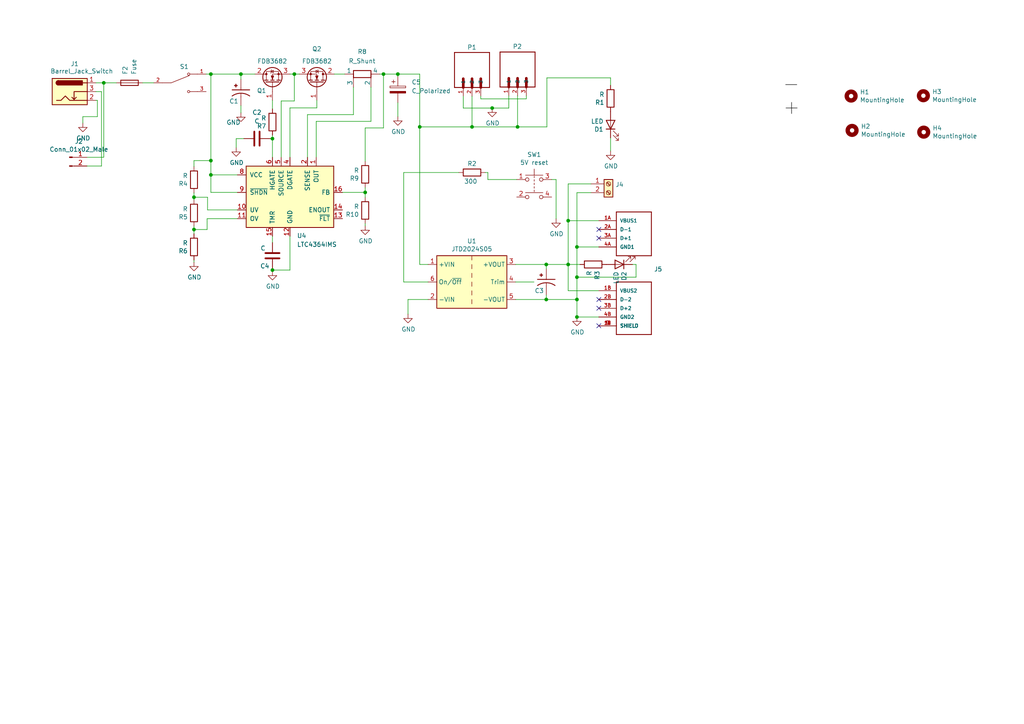
<source format=kicad_sch>
(kicad_sch (version 20211123) (generator eeschema)
  (paper "A4")
  (lib_symbols
    (symbol "100SP1T1B4M2QE:100SP1T1B4M2QE" (pin_names (offset 1.016) hide)
      (property "Reference" "S" (at -2.54 5.08 0))
      (property "Value" "100SP1T1B4M2QE" (at -2.54 -5.08 0))
      (symbol "100SP1T1B4M2QE_0_0"
        (polyline (pts (xy -2.54 0) (xy -5.08 0)) (stroke (width 0.1524)))
        (polyline (pts (xy -2.54 0) (xy 2.794 2.1336)) (stroke (width 0.1524)))
        (polyline (pts (xy 5.08 -2.54) (xy 2.921 -2.54)) (stroke (width 0.1524)))
        (polyline (pts (xy 5.08 2.54) (xy 2.921 2.54)) (stroke (width 0.1524)))
        (circle (center 2.54 -2.54) (radius 0.3302) (stroke (width 0.1524)))
        (circle (center 2.54 2.54) (radius 0.3302) (stroke (width 0.1524)))
        (pin passive line (at 7.62 2.54 180) (length 2.54) (name "~") (number "1"))
        (pin passive line (at -7.62 0 0) (length 2.54) (name "~") (number "2"))
        (pin passive line (at 7.62 -2.54 180) (length 2.54) (name "~") (number "3"))
      )
    )
    (symbol "Connector:Barrel_Jack_Switch" (pin_names hide)
      (property "Reference" "J" (at 0 5.334 0))
      (property "Value" "Barrel_Jack_Switch" (at 0 -5.08 0))
      (symbol "Barrel_Jack_Switch_0_1"
        (rectangle (start -5.08 3.81) (end 5.08 -3.81) (stroke (width 0.254)) (fill (type background)))
        (arc (start -3.302 3.175) (mid -3.937 2.54) (end -3.302 1.905) (stroke (width 0.254)))
        (arc (start -3.302 3.175) (mid -3.937 2.54) (end -3.302 1.905) (stroke (width 0.254)) (fill (type outline)))
        (polyline (pts (xy 1.27 -2.286) (xy 1.905 -1.651)) (stroke (width 0.254)))
        (polyline (pts (xy 5.08 2.54) (xy 3.81 2.54)) (stroke (width 0.254)))
        (polyline (pts (xy 5.08 0) (xy 1.27 0) (xy 1.27 -2.286) (xy 0.635 -1.651)) (stroke (width 0.254)))
        (polyline (pts (xy -3.81 -2.54) (xy -2.54 -2.54) (xy -1.27 -1.27) (xy 0 -2.54) (xy 2.54 -2.54) (xy 5.08 -2.54)) (stroke (width 0.254)))
        (rectangle (start 3.683 3.175) (end -3.302 1.905) (stroke (width 0.254)) (fill (type outline)))
      )
      (symbol "Barrel_Jack_Switch_1_1"
        (pin passive line (at 7.62 2.54 180) (length 2.54) (name "~") (number "1"))
        (pin passive line (at 7.62 -2.54 180) (length 2.54) (name "~") (number "2"))
        (pin passive line (at 7.62 0 180) (length 2.54) (name "~") (number "3"))
      )
    )
    (symbol "Connector:Conn_01x02_Male" (pin_names (offset 1.016) hide)
      (property "Reference" "J" (at 0 2.54 0))
      (property "Value" "Conn_01x02_Male" (at 0 -5.08 0))
      (symbol "Conn_01x02_Male_1_1"
        (polyline (pts (xy 1.27 -2.54) (xy 0.8636 -2.54)) (stroke (width 0.1524)))
        (polyline (pts (xy 1.27 0) (xy 0.8636 0)) (stroke (width 0.1524)))
        (rectangle (start 0.8636 -2.413) (end 0 -2.667) (stroke (width 0.1524)) (fill (type outline)))
        (rectangle (start 0.8636 0.127) (end 0 -0.127) (stroke (width 0.1524)) (fill (type outline)))
        (pin passive line (at 5.08 0 180) (length 3.81) (name "Pin_1") (number "1"))
        (pin passive line (at 5.08 -2.54 180) (length 3.81) (name "Pin_2") (number "2"))
      )
    )
    (symbol "Connector:Screw_Terminal_01x02" (pin_names (offset 1.016) hide)
      (property "Reference" "J" (at 0 2.54 0))
      (property "Value" "Screw_Terminal_01x02" (at 0 -5.08 0))
      (symbol "Screw_Terminal_01x02_1_1"
        (rectangle (start -1.27 1.27) (end 1.27 -3.81) (stroke (width 0.254)) (fill (type background)))
        (circle (center 0 -2.54) (radius 0.635) (stroke (width 0.1524)))
        (polyline (pts (xy -0.5334 -2.2098) (xy 0.3302 -3.048)) (stroke (width 0.1524)))
        (polyline (pts (xy -0.5334 0.3302) (xy 0.3302 -0.508)) (stroke (width 0.1524)))
        (polyline (pts (xy -0.3556 -2.032) (xy 0.508 -2.8702)) (stroke (width 0.1524)))
        (polyline (pts (xy -0.3556 0.508) (xy 0.508 -0.3302)) (stroke (width 0.1524)))
        (circle (center 0 0) (radius 0.635) (stroke (width 0.1524)))
        (pin passive line (at -5.08 0 0) (length 3.81) (name "Pin_1") (number "1"))
        (pin passive line (at -5.08 -2.54 0) (length 3.81) (name "Pin_2") (number "2"))
      )
    )
    (symbol "Converter_DCDC:JTD2024S05"
      (property "Reference" "U" (at -8.89 8.89 0))
      (property "Value" "JTD2024S05" (at 8.89 8.89 0))
      (symbol "JTD2024S05_0_1"
        (rectangle (start -10.16 7.62) (end 10.16 -7.62) (stroke (width 0.254)) (fill (type background)))
        (polyline (pts (xy 0 -5.08) (xy 0 -6.35)))
        (polyline (pts (xy 0 -2.54) (xy 0 -3.81)))
        (polyline (pts (xy 0 0) (xy 0 -1.27)))
        (polyline (pts (xy 0 2.54) (xy 0 1.27)))
        (polyline (pts (xy 0 5.08) (xy 0 3.81)))
        (polyline (pts (xy 0 7.62) (xy 0 6.35)))
      )
      (symbol "JTD2024S05_1_1"
        (pin power_in line (at -12.7 5.08 0) (length 2.54) (name "+VIN") (number "1"))
        (pin power_in line (at -12.7 -5.08 0) (length 2.54) (name "-VIN") (number "2"))
        (pin power_out line (at 12.7 5.08 180) (length 2.54) (name "+VOUT") (number "3"))
        (pin input line (at 12.7 0 180) (length 2.54) (name "Trim") (number "4"))
        (pin power_out line (at 12.7 -5.08 180) (length 2.54) (name "-VOUT") (number "5"))
        (pin input line (at -12.7 0 0) (length 2.54) (name "On/~{Off}") (number "6"))
      )
    )
    (symbol "Device:C" (pin_numbers hide) (pin_names (offset 0.254))
      (property "Reference" "C" (at 0.635 2.54 0))
      (property "Value" "C" (at 0.635 -2.54 0))
      (symbol "C_0_1"
        (polyline (pts (xy -2.032 -0.762) (xy 2.032 -0.762)) (stroke (width 0.508)))
        (polyline (pts (xy -2.032 0.762) (xy 2.032 0.762)) (stroke (width 0.508)))
      )
      (symbol "C_1_1"
        (pin passive line (at 0 3.81 270) (length 2.794) (name "~") (number "1"))
        (pin passive line (at 0 -3.81 90) (length 2.794) (name "~") (number "2"))
      )
    )
    (symbol "Device:C_Polarized" (pin_numbers hide) (pin_names (offset 0.254))
      (property "Reference" "C" (at 0.635 2.54 0))
      (property "Value" "C_Polarized" (at 0.635 -2.54 0))
      (symbol "C_Polarized_0_1"
        (rectangle (start -2.286 0.508) (end 2.286 1.016))
        (polyline (pts (xy -1.778 2.286) (xy -0.762 2.286)))
        (polyline (pts (xy -1.27 2.794) (xy -1.27 1.778)))
        (rectangle (start 2.286 -0.508) (end -2.286 -1.016) (fill (type outline)))
      )
      (symbol "C_Polarized_1_1"
        (pin passive line (at 0 3.81 270) (length 2.794) (name "~") (number "1"))
        (pin passive line (at 0 -3.81 90) (length 2.794) (name "~") (number "2"))
      )
    )
    (symbol "Device:Fuse" (pin_numbers hide) (pin_names (offset 0))
      (property "Reference" "F" (at 2.032 0 90))
      (property "Value" "Fuse" (at -1.905 0 90))
      (symbol "Fuse_0_1"
        (rectangle (start -0.762 -2.54) (end 0.762 2.54) (stroke (width 0.254)))
        (polyline (pts (xy 0 2.54) (xy 0 -2.54)))
      )
      (symbol "Fuse_1_1"
        (pin passive line (at 0 3.81 270) (length 1.27) (name "~") (number "1"))
        (pin passive line (at 0 -3.81 90) (length 1.27) (name "~") (number "2"))
      )
    )
    (symbol "Device:LED" (pin_numbers hide) (pin_names (offset 1.016) hide)
      (property "Reference" "D" (at 0 2.54 0))
      (property "Value" "LED" (at 0 -2.54 0))
      (symbol "LED_0_1"
        (polyline (pts (xy -1.27 -1.27) (xy -1.27 1.27)) (stroke (width 0.254)))
        (polyline (pts (xy -1.27 0) (xy 1.27 0)))
        (polyline (pts (xy 1.27 -1.27) (xy 1.27 1.27) (xy -1.27 0) (xy 1.27 -1.27)) (stroke (width 0.254)))
        (polyline (pts (xy -3.048 -0.762) (xy -4.572 -2.286) (xy -3.81 -2.286) (xy -4.572 -2.286) (xy -4.572 -1.524)))
        (polyline (pts (xy -1.778 -0.762) (xy -3.302 -2.286) (xy -2.54 -2.286) (xy -3.302 -2.286) (xy -3.302 -1.524)))
      )
      (symbol "LED_1_1"
        (pin passive line (at -3.81 0 0) (length 2.54) (name "K") (number "1"))
        (pin passive line (at 3.81 0 180) (length 2.54) (name "A") (number "2"))
      )
    )
    (symbol "Device:Q_NMOS_GDS" (pin_names (offset 0) hide)
      (property "Reference" "Q" (at 5.08 1.27 0))
      (property "Value" "Q_NMOS_GDS" (at 5.08 -1.27 0))
      (symbol "Q_NMOS_GDS_0_1"
        (polyline (pts (xy 0.254 0) (xy -2.54 0)))
        (polyline (pts (xy 0.254 1.905) (xy 0.254 -1.905)) (stroke (width 0.254)))
        (polyline (pts (xy 0.762 -1.27) (xy 0.762 -2.286)) (stroke (width 0.254)))
        (polyline (pts (xy 0.762 0.508) (xy 0.762 -0.508)) (stroke (width 0.254)))
        (polyline (pts (xy 0.762 2.286) (xy 0.762 1.27)) (stroke (width 0.254)))
        (polyline (pts (xy 2.54 2.54) (xy 2.54 1.778)))
        (polyline (pts (xy 2.54 -2.54) (xy 2.54 0) (xy 0.762 0)))
        (polyline (pts (xy 0.762 -1.778) (xy 3.302 -1.778) (xy 3.302 1.778) (xy 0.762 1.778)))
        (polyline (pts (xy 1.016 0) (xy 2.032 0.381) (xy 2.032 -0.381) (xy 1.016 0)) (fill (type outline)))
        (polyline (pts (xy 2.794 0.508) (xy 2.921 0.381) (xy 3.683 0.381) (xy 3.81 0.254)))
        (polyline (pts (xy 3.302 0.381) (xy 2.921 -0.254) (xy 3.683 -0.254) (xy 3.302 0.381)))
        (circle (center 1.651 0) (radius 2.794) (stroke (width 0.254)))
        (circle (center 2.54 -1.778) (radius 0.254) (fill (type outline)))
        (circle (center 2.54 1.778) (radius 0.254) (fill (type outline)))
      )
      (symbol "Q_NMOS_GDS_1_1"
        (pin input line (at -5.08 0 0) (length 2.54) (name "G") (number "1"))
        (pin passive line (at 2.54 5.08 270) (length 2.54) (name "D") (number "2"))
        (pin passive line (at 2.54 -5.08 90) (length 2.54) (name "S") (number "3"))
      )
    )
    (symbol "Device:R" (pin_numbers hide) (pin_names (offset 0))
      (property "Reference" "R" (at 2.032 0 90))
      (property "Value" "R" (at 0 0 90))
      (symbol "R_0_1"
        (rectangle (start -1.016 -2.54) (end 1.016 2.54) (stroke (width 0.254)))
      )
      (symbol "R_1_1"
        (pin passive line (at 0 3.81 270) (length 1.27) (name "~") (number "1"))
        (pin passive line (at 0 -3.81 90) (length 1.27) (name "~") (number "2"))
      )
    )
    (symbol "EEEFK1A222AQ:EEEFK1A222AQ" (pin_numbers hide) (pin_names (offset 1.016) hide)
      (property "Reference" "C" (at -2.54 3.81 0))
      (property "Value" "EEEFK1A222AQ" (at -2.54 -5.08 0))
      (symbol "EEEFK1A222AQ_0_0"
        (rectangle (start -1.1684 -1.524) (end -0.2794 -1.397) (fill (type outline)))
        (rectangle (start -0.7874 -1.905) (end -0.6604 -1.016) (fill (type outline)))
        (polyline (pts (xy 0 0) (xy 0.508 0)) (stroke (width 0.1524)))
        (polyline (pts (xy 0.508 0) (xy 0.508 -2.54)) (stroke (width 0.254)))
        (polyline (pts (xy 0.508 2.54) (xy 0.508 0)) (stroke (width 0.254)))
        (polyline (pts (xy 2.54 0) (xy 1.524 0)) (stroke (width 0.1524)))
        (arc (start 2.286 2.54) (mid 1.486 0) (end 2.286 -2.54) (stroke (width 0.254)))
        (pin passive line (at -2.54 0 0) (length 2.54) (name "~") (number "1"))
        (pin passive line (at 5.08 0 180) (length 2.54) (name "~") (number "2"))
      )
    )
    (symbol "Mechanical:MountingHole" (pin_names (offset 1.016))
      (property "Reference" "H" (at 0 5.08 0))
      (property "Value" "MountingHole" (at 0 3.175 0))
      (symbol "MountingHole_0_1"
        (circle (center 0 0) (radius 1.27) (stroke (width 1.27)))
      )
    )
    (symbol "Molex:39-30-1039" (pin_names (offset 1.016))
      (property "Reference" "P" (at -5.08 5.08 0))
      (property "Value" "Molex_39-30-1039" (at -5.1054 -7.6454 0))
      (symbol "39-30-1039_0_0"
        (polyline (pts (xy -5.08 -5.08) (xy 5.08 -5.08)) (stroke (width 0.254)))
        (polyline (pts (xy -5.08 -2.54) (xy -5.08 -5.08)) (stroke (width 0.254)))
        (polyline (pts (xy -5.08 -2.54) (xy -2.54 -2.54)) (stroke (width 0.762)))
        (polyline (pts (xy -5.08 0) (xy -5.08 -2.54)) (stroke (width 0.254)))
        (polyline (pts (xy -5.08 0) (xy -2.54 0)) (stroke (width 0.762)))
        (polyline (pts (xy -5.08 2.54) (xy -5.08 0)) (stroke (width 0.254)))
        (polyline (pts (xy -5.08 2.54) (xy -2.54 2.54)) (stroke (width 0.762)))
        (polyline (pts (xy -5.08 5.08) (xy -5.08 2.54)) (stroke (width 0.254)))
        (polyline (pts (xy 5.08 -5.08) (xy 5.08 5.08)) (stroke (width 0.254)))
        (polyline (pts (xy 5.08 5.08) (xy -5.08 5.08)) (stroke (width 0.254)))
        (pin passive line (at -7.62 2.54 0) (length 2.54) (name "1") (number "1"))
        (pin passive line (at -7.62 0 0) (length 2.54) (name "2") (number "2"))
        (pin passive line (at -7.62 -2.54 0) (length 2.54) (name "3") (number "3"))
      )
    )
    (symbol "Power_Management:LTC4364IMS" (pin_names (offset 1.016))
      (property "Reference" "U" (at -11.43 8.89 0))
      (property "Value" "LTC4364IMS" (at 10.16 -11.43 0))
      (symbol "LTC4364IMS_0_1"
        (rectangle (start -12.7 7.62) (end 12.7 -10.16) (stroke (width 0.254)) (fill (type background)))
      )
      (symbol "LTC4364IMS_1_1"
        (pin input line (at 7.62 10.16 270) (length 2.54) (name "OUT") (number "1"))
        (pin input line (at -15.24 -5.08 0) (length 2.54) (name "UV") (number "10"))
        (pin input line (at -15.24 -7.62 0) (length 2.54) (name "OV") (number "11"))
        (pin power_in line (at 0 -12.7 90) (length 2.54) (name "GND") (number "12"))
        (pin open_collector line (at 15.24 -7.62 180) (length 2.54) (name "~{FLT}") (number "13"))
        (pin open_collector line (at 15.24 -5.08 180) (length 2.54) (name "ENOUT") (number "14"))
        (pin input line (at -5.08 -12.7 90) (length 2.54) (name "TMR") (number "15"))
        (pin input line (at 15.24 0 180) (length 2.54) (name "FB") (number "16"))
        (pin input line (at 5.08 10.16 270) (length 2.54) (name "SENSE") (number "2"))
        (pin no_connect line (at 15.24 2.54 180) (length 2.54) hide (name "NC") (number "3"))
        (pin output line (at 0 10.16 270) (length 2.54) (name "DGATE") (number "4"))
        (pin input line (at -2.54 10.16 270) (length 2.54) (name "SOURCE") (number "5"))
        (pin output line (at -5.08 10.16 270) (length 2.54) (name "HGATE") (number "6"))
        (pin no_connect line (at 15.24 5.08 180) (length 2.54) hide (name "NC") (number "7"))
        (pin power_in line (at -15.24 5.08 0) (length 2.54) (name "VCC") (number "8"))
        (pin input line (at -15.24 0 0) (length 2.54) (name "~{SHDN}") (number "9"))
      )
    )
    (symbol "R_Shunt_1" (pin_numbers hide) (pin_names (offset 0))
      (property "Reference" "R" (at -4.445 0 90))
      (property "Value" "R_Shunt_1" (at -2.54 0 90))
      (symbol "R_Shunt_1_0_1"
        (rectangle (start -1.016 -2.54) (end 1.016 2.54) (stroke (width 0.254)))
        (polyline (pts (xy 0 -2.54) (xy 1.27 -2.54)))
        (polyline (pts (xy 1.27 2.54) (xy 0 2.54)))
      )
      (symbol "R_Shunt_1_1_1"
        (pin passive line (at 0 -5.08 90) (length 2.54) (name "1") (number "1"))
        (pin passive line (at 3.81 2.54 180) (length 2.54) (name "2") (number "2"))
        (pin passive line (at 3.81 -2.54 180) (length 2.54) (name "3") (number "3"))
        (pin passive line (at 0 5.08 270) (length 2.54) (name "4") (number "4"))
      )
    )
    (symbol "Switch:SW_Push_Dual" (pin_names (offset 1.016) hide)
      (property "Reference" "SW" (at 1.27 2.54 0))
      (property "Value" "SW_Push_Dual" (at 0 -6.858 0))
      (symbol "SW_Push_Dual_0_1"
        (circle (center -2.032 -5.08) (radius 0.508))
        (circle (center -2.032 0) (radius 0.508))
        (polyline (pts (xy 0 -3.048) (xy 0 -3.556)))
        (polyline (pts (xy 0 -2.032) (xy 0 -2.54)))
        (polyline (pts (xy 0 -1.524) (xy 0 -1.016)))
        (polyline (pts (xy 0 -0.508) (xy 0 0)))
        (polyline (pts (xy 0 0.508) (xy 0 1.016)))
        (polyline (pts (xy 0 1.27) (xy 0 3.048)))
        (polyline (pts (xy 2.54 -3.81) (xy -2.54 -3.81)))
        (polyline (pts (xy 2.54 1.27) (xy -2.54 1.27)))
        (circle (center 2.032 -5.08) (radius 0.508))
        (circle (center 2.032 0) (radius 0.508))
        (pin passive line (at -5.08 0 0) (length 2.54) (name "1") (number "1"))
        (pin passive line (at -5.08 -5.08 0) (length 2.54) (name "2") (number "2"))
        (pin passive line (at 5.08 0 180) (length 2.54) (name "3") (number "3"))
        (pin passive line (at 5.08 -5.08 180) (length 2.54) (name "4") (number "4"))
      )
    )
    (symbol "USB1035-XX-X-X-X-B_REVE:USB1035-XX-X-X-X-B_REVE" (pin_names (offset 1.016))
      (property "Reference" "J" (at -5.08 18.3134 0))
      (property "Value" "USB1035-XX-X-X-X-B_REVE" (at -5.08 -20.3454 0))
      (symbol "USB1035-XX-X-X-X-B_REVE_0_0"
        (polyline (pts (xy -5.08 -17.78) (xy -5.08 -2.54)) (stroke (width 0.254)))
        (polyline (pts (xy -5.08 -2.54) (xy 5.08 -2.54)) (stroke (width 0.254)))
        (polyline (pts (xy -5.08 5.08) (xy -5.08 17.78)) (stroke (width 0.254)))
        (polyline (pts (xy -5.08 17.78) (xy 5.08 17.78)) (stroke (width 0.254)))
        (polyline (pts (xy 5.08 -17.78) (xy -5.08 -17.78)) (stroke (width 0.254)))
        (polyline (pts (xy 5.08 -2.54) (xy 5.08 -17.78)) (stroke (width 0.254)))
        (polyline (pts (xy 5.08 5.08) (xy -5.08 5.08)) (stroke (width 0.254)))
        (polyline (pts (xy 5.08 17.78) (xy 5.08 5.08)) (stroke (width 0.254)))
        (pin power_in line (at -10.16 -15.24 0) (length 5.08) (name "SHIELD") (number "10"))
        (pin power_in line (at -10.16 -15.24 0) (length 5.08) (name "SHIELD") (number "11"))
        (pin power_in line (at -10.16 -15.24 0) (length 5.08) (name "SHIELD") (number "12"))
        (pin power_in line (at -10.16 15.24 0) (length 5.08) (name "VBUS1") (number "1A"))
        (pin power_in line (at -10.16 -5.08 0) (length 5.08) (name "VBUS2") (number "1B"))
        (pin bidirectional line (at -10.16 12.7 0) (length 5.08) (name "D-1") (number "2A"))
        (pin bidirectional line (at -10.16 -7.62 0) (length 5.08) (name "D-2") (number "2B"))
        (pin bidirectional line (at -10.16 10.16 0) (length 5.08) (name "D+1") (number "3A"))
        (pin bidirectional line (at -10.16 -10.16 0) (length 5.08) (name "D+2") (number "3B"))
        (pin power_in line (at -10.16 7.62 0) (length 5.08) (name "GND1") (number "4A"))
        (pin power_in line (at -10.16 -12.7 0) (length 5.08) (name "GND2") (number "4B"))
        (pin power_in line (at -10.16 -15.24 0) (length 5.08) (name "SHIELD") (number "9"))
      )
    )
    (symbol "power:GND" (power) (pin_names (offset 0))
      (property "Value" "GND" (at 0 -3.81 0))
      (symbol "GND_0_1"
        (polyline (pts (xy 0 0) (xy 0 -1.27) (xy 1.27 -1.27) (xy 0 -2.54) (xy -1.27 -1.27) (xy 0 -1.27)))
      )
      (symbol "GND_1_1"
        (pin power_in line (at 0 0 270) (length 0) hide (name "GND") (number "1"))
      )
    )
  )
  (junction (at 105.918 55.8038))
  (junction (at 30.099 24.0284))
  (junction (at 61.1632 21.4884))
  (junction (at 164.7952 64.008))
  (junction (at 142.748 31.3436))
  (junction (at 158.4452 86.868))
  (junction (at 111.2266 21.4884))
  (junction (at 79.0194 78.3336))
  (junction (at 85.3694 21.4884))
  (junction (at 121.7422 36.8046))
  (junction (at 69.8754 21.4884))
  (junction (at 115.3922 21.4884))
  (junction (at 158.4452 76.708))
  (junction (at 167.3352 86.868))
  (junction (at 61.1632 46.5836))
  (junction (at 167.3352 71.628))
  (junction (at 150.114 36.8046))
  (junction (at 164.7952 76.708))
  (junction (at 167.3352 80.391))
  (junction (at 61.1632 50.7238))
  (junction (at 56.261 57.2008))
  (junction (at 56.261 66.5734))
  (junction (at 167.3352 91.948))
  (junction (at 79.0194 40.2082))
  (junction (at 136.906 36.8046))
  (no_connect (at 173.6852 69.088))
  (no_connect (at 173.6852 94.488))
  (no_connect (at 173.6852 89.408))
  (no_connect (at 173.6852 66.548))
  (no_connect (at 173.6852 86.868))
  (wire (pts (xy 171.3992 53.34) (xy 164.7952 53.34)))
  (wire (pts (xy 91.7194 45.6438) (xy 91.7194 35.2044)))
  (wire (pts (xy 152.654 28.6766) (xy 152.654 27.7876)))
  (wire (pts (xy 89.1794 33.2486) (xy 89.1794 45.6438)))
  (wire (pts (xy 164.7952 76.708) (xy 164.7952 64.008)))
  (wire (pts (xy 69.8754 30.6324) (xy 69.8754 32.7152)))
  (wire (pts (xy 60.071 63.4238) (xy 60.071 66.5734)))
  (wire (pts (xy 121.7422 21.4884) (xy 121.7422 36.8046)))
  (wire (pts (xy 24.0284 33.8328) (xy 28.2448 33.8328)))
  (wire (pts (xy 167.3352 80.391) (xy 167.3352 86.868)))
  (wire (pts (xy 68.5038 40.2082) (xy 70.7136 40.2082)))
  (wire (pts (xy 124.1552 86.868) (xy 118.3386 86.868)))
  (wire (pts (xy 61.1632 21.4884) (xy 69.8754 21.4884)))
  (wire (pts (xy 79.0194 40.2082) (xy 79.0194 45.6438)))
  (wire (pts (xy 136.906 27.9146) (xy 136.906 36.8046)))
  (wire (pts (xy 117.094 81.788) (xy 124.1552 81.788)))
  (wire (pts (xy 136.906 36.8046) (xy 150.114 36.8046)))
  (wire (pts (xy 134.366 31.3436) (xy 142.748 31.3436)))
  (wire (pts (xy 78.3336 40.2082) (xy 79.0194 40.2082)))
  (wire (pts (xy 56.261 57.2008) (xy 56.261 57.9628)))
  (wire (pts (xy 158.623 22.5806) (xy 177.0888 22.5806)))
  (wire (pts (xy 139.446 27.9146) (xy 139.446 28.6766)))
  (wire (pts (xy 121.7422 21.4884) (xy 115.3922 21.4884)))
  (wire (pts (xy 111.2266 21.4884) (xy 115.3922 21.4884)))
  (wire (pts (xy 84.0994 21.4884) (xy 85.3694 21.4884)))
  (wire (pts (xy 167.3352 71.628) (xy 167.3352 80.391)))
  (wire (pts (xy 27.8384 26.5684) (xy 29.4386 26.5684)))
  (wire (pts (xy 91.7194 35.2044) (xy 107.5944 35.2044)))
  (wire (pts (xy 117.094 50.038) (xy 117.094 81.788)))
  (wire (pts (xy 139.446 28.6766) (xy 152.654 28.6766)))
  (wire (pts (xy 84.0994 45.6438) (xy 84.0994 31.2928)))
  (wire (pts (xy 167.3352 71.628) (xy 173.6852 71.628)))
  (wire (pts (xy 142.748 31.3436) (xy 147.574 31.3436)))
  (wire (pts (xy 28.2448 29.1084) (xy 28.2448 33.8328)))
  (wire (pts (xy 68.5038 40.2082) (xy 68.5038 42.799)))
  (wire (pts (xy 134.366 27.9146) (xy 134.366 31.3436)))
  (wire (pts (xy 56.261 65.5828) (xy 56.261 66.5734)))
  (wire (pts (xy 141.5034 52.07) (xy 149.86 52.07)))
  (wire (pts (xy 105.918 37.1094) (xy 111.2266 37.1094)))
  (wire (pts (xy 105.918 46.7614) (xy 105.918 37.1094)))
  (wire (pts (xy 164.7952 84.328) (xy 164.7952 76.708)))
  (wire (pts (xy 29.4386 26.5684) (xy 29.4386 48.1584)))
  (wire (pts (xy 79.0194 78.3336) (xy 84.0994 78.3336)))
  (wire (pts (xy 56.261 57.2008) (xy 60.198 57.2008)))
  (wire (pts (xy 61.1632 50.7238) (xy 61.1632 55.8038)))
  (wire (pts (xy 184.4802 76.708) (xy 184.4802 80.391)))
  (wire (pts (xy 149.5552 81.788) (xy 154.8892 81.788)))
  (wire (pts (xy 68.8594 60.8838) (xy 60.198 60.8838)))
  (wire (pts (xy 141.5034 50.038) (xy 141.5034 52.07)))
  (wire (pts (xy 164.7952 64.008) (xy 173.6852 64.008)))
  (wire (pts (xy 25.2222 45.6184) (xy 30.099 45.6184)))
  (wire (pts (xy 167.3352 91.948) (xy 173.6852 91.948)))
  (wire (pts (xy 79.0194 68.5038) (xy 79.0194 70.358)))
  (wire (pts (xy 105.918 55.8038) (xy 105.918 57.2262)))
  (wire (pts (xy 105.918 55.8038) (xy 99.3394 55.8038)))
  (wire (pts (xy 79.0194 29.1084) (xy 79.0194 31.5976)))
  (wire (pts (xy 56.261 48.3108) (xy 56.261 46.5836)))
  (wire (pts (xy 121.7422 36.8046) (xy 136.906 36.8046)))
  (wire (pts (xy 68.8594 63.4238) (xy 60.071 63.4238)))
  (wire (pts (xy 150.114 36.8046) (xy 158.623 36.8046)))
  (wire (pts (xy 111.2266 37.1094) (xy 111.2266 21.4884)))
  (wire (pts (xy 27.8384 29.1084) (xy 28.2448 29.1084)))
  (wire (pts (xy 160.02 52.07) (xy 161.29 52.07)))
  (wire (pts (xy 89.1794 33.2486) (xy 102.5144 33.2486)))
  (wire (pts (xy 79.0194 39.2176) (xy 79.0194 40.2082)))
  (wire (pts (xy 121.7422 36.8046) (xy 121.7422 76.708)))
  (wire (pts (xy 41.3766 24.0284) (xy 44.5516 24.0284)))
  (wire (pts (xy 149.5552 76.708) (xy 158.4452 76.708)))
  (wire (pts (xy 59.7916 21.4884) (xy 61.1632 21.4884)))
  (wire (pts (xy 24.0284 33.8328) (xy 24.0284 35.687)))
  (wire (pts (xy 164.7952 53.34) (xy 164.7952 64.008)))
  (wire (pts (xy 69.8754 21.4884) (xy 69.8754 23.0124)))
  (wire (pts (xy 61.1632 55.8038) (xy 68.8594 55.8038)))
  (wire (pts (xy 61.1632 46.5836) (xy 61.1632 50.7238)))
  (wire (pts (xy 149.5552 86.868) (xy 158.4452 86.868)))
  (wire (pts (xy 69.8754 21.4884) (xy 73.9394 21.4884)))
  (wire (pts (xy 115.3922 21.4884) (xy 115.3922 22.1742)))
  (wire (pts (xy 161.29 52.07) (xy 161.29 63.4492)))
  (wire (pts (xy 158.4452 85.598) (xy 158.4452 86.868)))
  (wire (pts (xy 60.198 60.8838) (xy 60.198 57.2008)))
  (wire (pts (xy 85.3694 29.2862) (xy 85.3694 21.4884)))
  (wire (pts (xy 84.0994 68.5038) (xy 84.0994 78.3336)))
  (wire (pts (xy 140.716 50.038) (xy 141.5034 50.038)))
  (wire (pts (xy 61.1632 21.4884) (xy 61.1632 46.5836)))
  (wire (pts (xy 167.3352 55.88) (xy 167.3352 71.628)))
  (wire (pts (xy 107.5944 25.2984) (xy 107.5944 35.2044)))
  (wire (pts (xy 56.261 66.5734) (xy 56.261 67.818)))
  (wire (pts (xy 105.918 64.8462) (xy 105.918 65.5066)))
  (wire (pts (xy 81.5594 29.2862) (xy 85.3694 29.2862)))
  (wire (pts (xy 167.3352 86.868) (xy 167.3352 91.948)))
  (wire (pts (xy 25.2222 48.1584) (xy 29.4386 48.1584)))
  (wire (pts (xy 79.0194 77.978) (xy 79.0194 78.3336)))
  (wire (pts (xy 56.261 75.438) (xy 56.261 76.0222)))
  (wire (pts (xy 183.4642 76.708) (xy 184.4802 76.708)))
  (wire (pts (xy 118.3386 86.868) (xy 118.3386 91.1098)))
  (wire (pts (xy 164.7952 76.708) (xy 168.2242 76.708)))
  (wire (pts (xy 96.9772 21.4884) (xy 99.9744 21.4884)))
  (wire (pts (xy 105.918 54.3814) (xy 105.918 55.8038)))
  (wire (pts (xy 147.574 27.7876) (xy 147.574 31.3436)))
  (wire (pts (xy 85.3694 21.4884) (xy 86.8172 21.4884)))
  (wire (pts (xy 30.099 24.0284) (xy 33.7566 24.0284)))
  (wire (pts (xy 184.4802 80.391) (xy 167.3352 80.391)))
  (wire (pts (xy 115.3922 29.7942) (xy 115.3922 33.8074)))
  (wire (pts (xy 171.3992 55.88) (xy 167.3352 55.88)))
  (wire (pts (xy 177.0888 22.5806) (xy 177.0888 24.7396)))
  (wire (pts (xy 91.8972 31.2928) (xy 84.0994 31.2928)))
  (wire (pts (xy 150.114 27.7876) (xy 150.114 36.8046)))
  (wire (pts (xy 158.623 22.5806) (xy 158.623 36.8046)))
  (wire (pts (xy 30.099 24.0284) (xy 30.099 45.6184)))
  (wire (pts (xy 158.4452 77.978) (xy 158.4452 76.708)))
  (wire (pts (xy 79.0194 78.3336) (xy 79.0194 78.6638)))
  (wire (pts (xy 81.5594 45.6438) (xy 81.5594 29.2862)))
  (wire (pts (xy 164.7952 84.328) (xy 173.6852 84.328)))
  (wire (pts (xy 56.261 46.5836) (xy 61.1632 46.5836)))
  (wire (pts (xy 27.8384 24.0284) (xy 30.099 24.0284)))
  (wire (pts (xy 61.1632 50.7238) (xy 68.8594 50.7238)))
  (wire (pts (xy 121.7422 76.708) (xy 124.1552 76.708)))
  (wire (pts (xy 60.071 66.5734) (xy 56.261 66.5734)))
  (wire (pts (xy 177.0888 39.9796) (xy 177.0888 43.7896)))
  (wire (pts (xy 158.4452 76.708) (xy 164.7952 76.708)))
  (wire (pts (xy 91.8972 29.1084) (xy 91.8972 31.2928)))
  (wire (pts (xy 110.1344 21.4884) (xy 111.2266 21.4884)))
  (wire (pts (xy 133.096 50.038) (xy 117.094 50.038)))
  (wire (pts (xy 158.4452 86.868) (xy 167.3352 86.868)))
  (wire (pts (xy 56.261 55.9308) (xy 56.261 57.2008)))
  (wire (pts (xy 102.5144 25.2984) (xy 102.5144 33.2486)))
  (label "+" (at 226.8474 34.6456 0) (effects (font (size 4.2672 4.2672))))
  (label "-" (at 226.7458 27.8638 0) (effects (font (size 4.2672 4.2672))))
  (symbol (lib_id "power:GND") (at 24.0284 35.687 0) (unit 1)
    (property "Reference" "#PWR02" (effects hide))
    (property "Value" "GND" (at 24.1554 40.0812 0))
  )
  (symbol (lib_id "power:GND") (at 161.29 63.4492 0) (unit 1)
    (property "Reference" "#PWR06" (effects hide))
    (property "Value" "GND" (at 161.417 67.8434 0))
  )
  (symbol (lib_id "Converter_DCDC:JTD2024S05") (at 136.8552 81.788 0) (unit 1)
    (property "Reference" "U1" (at 136.8552 69.9262 0))
    (property "Value" "JTD2024S05" (at 136.8552 72.2376 0))
    (property "Footprint" "Converter_DCDC:Converter_DCDC_XP_POWER_JTDxxxxxxx_THT" (effects hide))
    (property "Datasheet" "https://www.xppower.com/portals/0/pdfs/SF_JTD20.pdf" (effects hide))
  )
  (symbol (lib_id "Device:R") (at 136.906 50.038 90) (unit 1)
    (property "Reference" "R2" (at 138.2522 47.4726 90) (effects (justify left)))
    (property "Value" "300" (at 138.4554 52.6034 90) (effects (justify left)))
    (property "Footprint" "Resistor_SMD:R_0805_2012Metric_Pad1.15x1.40mm_HandSolder" (effects hide))
  )
  (symbol (lib_id "USB1035-XX-X-X-X-B_REVE:USB1035-XX-X-X-X-B_REVE") (at 183.8452 79.248 0) (unit 1)
    (property "Reference" "J5" (at 189.6872 78.0796 0) (effects (justify left)))
    (property "Value" "USB1035-XX-X-X-X-B_REVE" (effects hide))
    (property "Footprint" "Double_USB_A:GCT_USB1035-XX-X-X-X-B_REVE" (effects hide))
    (property "MANUFACTURER" "GCT" (effects hide))
  )
  (symbol (lib_id "100SP1T1B4M2QE:100SP1T1B4M2QE") (at 52.1716 24.0284 0) (unit 1)
    (property "Reference" "S1" (at 53.4416 19.3294 0))
    (property "Value" "100SP1T1B4M2QE" (effects hide))
    (property "Footprint" "Switch:SW_100SP1T1B4M2QE" (effects hide))
    (property "MAXIMUM_PACKAGE_HEIGHT" "29.68 mm" (effects hide))
    (property "PARTREV" "E" (effects hide))
    (property "MANUFACTURER" "E-Switch" (effects hide))
    (property "STANDARD" "Manufacturer Recommendations" (effects hide))
  )
  (symbol (lib_id "power:GND") (at 167.3352 91.948 0) (unit 1)
    (property "Reference" "#PWR07" (effects hide))
    (property "Value" "GND" (at 167.4622 96.3422 0))
  )
  (symbol (lib_id "Connector:Barrel_Jack_Switch") (at 20.2184 26.5684 0) (unit 1)
    (property "Reference" "J1" (at 21.6662 18.5166 0))
    (property "Value" "Barrel_Jack_Switch" (at 23.7236 20.6502 0))
    (property "Footprint" "Connector_BarrelJack:BarrelJack_Horizontal" (effects hide))
  )
  (symbol (lib_id "EEEFK1A222AQ:EEEFK1A222AQ") (at 158.4452 80.518 270) (unit 1)
    (property "Reference" "C3" (at 156.4132 84.328 90))
    (property "Value" "EEEFK1A222AQ" (effects hide))
    (property "Footprint" "Capacitor_THT:CP_Radial_D10.0mm_P5.00mm" (effects hide))
    (property "MAXIMUM_PACKAGE_HEIGHT" "13.5mm" (effects hide))
    (property "MANUFACTURER" "Panasonic" (effects hide))
    (property "PARTREV" "10-Oct-19" (effects hide))
    (property "STANDARD" "Manufacturer Recommendations" (effects hide))
  )
  (symbol (lib_id "Connector:Conn_01x02_Male") (at 20.1422 45.6184 0) (unit 1)
    (property "Reference" "J2" (at 22.8854 41.021 0))
    (property "Value" "Conn_01x02_Male" (at 22.8854 43.3324 0))
    (property "Footprint" "Connector_Molex:Molex_Mini-Fit_Jr_5566-02A2_2x01_P4.20mm_Vertical" (effects hide))
  )
  (symbol (lib_id "Mechanical:MountingHole") (at 267.9192 38.3286 0) (unit 1)
    (property "Reference" "H4" (at 270.4592 37.1602 0) (effects (justify left)))
    (property "Value" "MountingHole" (at 270.4592 39.4716 0) (effects (justify left)))
    (property "Footprint" "MountingHole:MountingHole_3.2mm_M3" (effects hide))
  )
  (symbol (lib_id "Mechanical:MountingHole") (at 247.142 37.8206 0) (unit 1)
    (property "Reference" "H2" (at 249.682 36.6522 0) (effects (justify left)))
    (property "Value" "MountingHole" (at 249.682 38.9636 0) (effects (justify left)))
    (property "Footprint" "MountingHole:MountingHole_3.2mm_M3" (effects hide))
  )
  (symbol (lib_id "Mechanical:MountingHole") (at 246.8626 27.8638 0) (unit 1)
    (property "Reference" "H1" (at 249.4026 26.6954 0) (effects (justify left)))
    (property "Value" "MountingHole" (at 249.4026 29.0068 0) (effects (justify left)))
    (property "Footprint" "MountingHole:MountingHole_3.2mm_M3" (effects hide))
  )
  (symbol (lib_id "Mechanical:MountingHole") (at 267.8176 27.7622 0) (unit 1)
    (property "Reference" "H3" (at 270.3576 26.5938 0) (effects (justify left)))
    (property "Value" "MountingHole" (at 270.3576 28.9052 0) (effects (justify left)))
    (property "Footprint" "MountingHole:MountingHole_3.2mm_M3" (effects hide))
  )
  (symbol (lib_id "Connector:Screw_Terminal_01x02") (at 176.4792 53.34 0) (unit 1)
    (property "Reference" "J4" (at 178.5112 53.5432 0) (effects (justify left)))
    (property "Value" "Screw_Terminal_01x02" (effects hide))
    (property "Footprint" "TerminalBlock_Philmore:TerminalBlock_Philmore_TB132_1x02_P5.00mm_Horizontal" (effects hide))
  )
  (symbol (lib_id "Device:LED") (at 179.6542 76.708 180) (unit 1)
    (property "Reference" "D2" (at 181.0004 78.74 90) (effects (justify left)))
    (property "Value" "LED" (at 178.689 78.74 90) (effects (justify left)))
    (property "Footprint" "LED_SMD:LED_0805_2012Metric_Pad1.15x1.40mm_HandSolder" (effects hide))
  )
  (symbol (lib_id "Device:R") (at 172.0342 76.708 270) (unit 1)
    (property "Reference" "R3" (at 173.2026 78.486 0) (effects (justify left)))
    (property "Value" "R" (at 170.8912 78.486 0) (effects (justify left)))
    (property "Footprint" "Resistor_SMD:R_0805_2012Metric_Pad1.15x1.40mm_HandSolder" (effects hide))
  )
  (symbol (lib_id "Molex:39-30-1039") (at 136.906 20.2946 90) (unit 1)
    (property "Reference" "P1" (at 138.2268 13.716 90) (effects (justify left)))
    (property "Value" "39-30-1039" (effects hide))
    (property "Footprint" "MOLEX_39-30-1039" (effects hide))
    (property "MANUFACTURER" "MOLEX" (effects hide))
  )
  (symbol (lib_id "Molex:39-30-1039") (at 150.114 20.1676 90) (unit 1)
    (property "Reference" "P2" (at 151.4094 13.4874 90) (effects (justify left)))
    (property "Value" "39-30-1039" (effects hide))
    (property "Footprint" "MOLEX_39-30-1039" (effects hide))
    (property "MANUFACTURER" "MOLEX" (effects hide))
  )
  (symbol (lib_id "power:GND") (at 142.748 31.3436 0) (unit 1)
    (property "Reference" "#PWR01" (effects hide))
    (property "Value" "GND" (at 142.875 35.7378 0))
  )
  (symbol (lib_id "EEEFK1A222AQ:EEEFK1A222AQ") (at 69.8754 25.5524 270) (unit 1)
    (property "Reference" "C1" (at 67.8434 29.3624 90))
    (property "Value" "EEEFK1A222AQ" (effects hide))
    (property "Footprint" "Capacitor_THT:CP_Radial_D10.0mm_P5.00mm" (effects hide))
    (property "MAXIMUM_PACKAGE_HEIGHT" "13.5mm" (effects hide))
    (property "MANUFACTURER" "Panasonic" (effects hide))
    (property "PARTREV" "10-Oct-19" (effects hide))
    (property "STANDARD" "Manufacturer Recommendations" (effects hide))
  )
  (symbol (lib_id "power:GND") (at 69.8754 32.7152 0) (unit 1)
    (property "Reference" "#PWR04" (effects hide))
    (property "Value" "GND" (at 67.7164 35.5092 0))
  )
  (symbol (lib_id "Device:LED") (at 177.0888 36.1696 90) (unit 1)
    (property "Reference" "D1" (at 175.0568 37.5158 90) (effects (justify left)))
    (property "Value" "LED" (at 175.0568 35.2044 90) (effects (justify left)))
    (property "Footprint" "LED_SMD:LED_0805_2012Metric_Pad1.15x1.40mm_HandSolder" (effects hide))
  )
  (symbol (lib_id "Device:R") (at 177.0888 28.5496 180) (unit 1)
    (property "Reference" "R1" (at 175.3108 29.718 0) (effects (justify left)))
    (property "Value" "R" (at 175.3108 27.4066 0) (effects (justify left)))
    (property "Footprint" "Resistor_SMD:R_0805_2012Metric_Pad1.20x1.40mm_HandSolder" (effects hide))
  )
  (symbol (lib_id "power:GND") (at 177.0888 43.7896 0) (unit 1)
    (property "Reference" "#PWR03" (effects hide))
    (property "Value" "GND" (at 177.2158 48.1838 0))
  )
  (symbol (lib_id "Switch:SW_Push_Dual") (at 154.94 52.07 0) (unit 1)
    (property "Reference" "SW1" (at 154.94 44.831 0))
    (property "Value" "5V reset" (at 154.94 47.1424 0))
    (property "Footprint" "Button_Switch_SMD:SW_SPST_Omron_B3FS-100xP" (effects hide))
  )
  (symbol (lib_id "Device:C") (at 79.0194 74.168 180) (unit 1)
    (property "Reference" "C4" (at 75.4634 77.1652 0) (effects (justify right)))
    (property "Value" "C" (at 75.5396 72.009 0) (effects (justify right)))
    (property "Footprint" "Capacitor_SMD:C_0805_2012Metric_Pad1.18x1.45mm_HandSolder" (effects hide))
  )
  (symbol (lib_name "R_Shunt_1") (lib_id "Device:R_Shunt") (at 105.0544 21.4884 270) (unit 1)
    (property "Reference" "R8" (at 105.0544 14.986 90))
    (property "Value" "R_Shunt" (at 105.029 17.7038 90))
    (property "Footprint" "Resistor_SMD:R_Shunt_Ohmite_LVK25" (effects hide))
  )
  (symbol (lib_id "power:GND") (at 79.0194 78.6638 0) (unit 1)
    (property "Reference" "#PWR0105" (effects hide))
    (property "Value" "GND" (at 79.1464 83.058 0))
  )
  (symbol (lib_id "power:GND") (at 115.3922 33.8074 0) (unit 1)
    (property "Reference" "#PWR0101" (effects hide))
    (property "Value" "GND" (at 115.5192 38.2016 0))
  )
  (symbol (lib_id "Device:C") (at 74.5236 40.2082 90) (unit 1)
    (property "Reference" "C2" (at 74.5236 32.6136 90))
    (property "Value" "C" (at 74.5236 35.1536 90))
    (property "Footprint" "Capacitor_SMD:C_0805_2012Metric_Pad1.18x1.45mm_HandSolder" (effects hide))
  )
  (symbol (lib_id "Device:R") (at 105.918 61.0362 180) (unit 1)
    (property "Reference" "R10" (at 104.14 62.2046 0) (effects (justify left)))
    (property "Value" "R" (at 104.14 59.8932 0) (effects (justify left)))
    (property "Footprint" "Resistor_SMD:R_0805_2012Metric_Pad1.20x1.40mm_HandSolder" (effects hide))
  )
  (symbol (lib_id "Device:Q_NMOS_GDS") (at 79.0194 24.0284 90) (unit 1)
    (property "Reference" "Q1" (at 77.2668 26.289 90) (effects (justify left)))
    (property "Value" "FDB3682" (at 83.312 17.7546 90) (effects (justify left)))
    (property "Footprint" "Package_TO_SOT_SMD:TO-263-2" (effects hide))
  )
  (symbol (lib_id "Device:R") (at 105.918 50.5714 180) (unit 1)
    (property "Reference" "R9" (at 104.14 51.7398 0) (effects (justify left)))
    (property "Value" "R" (at 104.14 49.4284 0) (effects (justify left)))
    (property "Footprint" "Resistor_SMD:R_0805_2012Metric_Pad1.20x1.40mm_HandSolder" (effects hide))
  )
  (symbol (lib_id "power:GND") (at 56.261 76.0222 0) (unit 1)
    (property "Reference" "#PWR0102" (effects hide))
    (property "Value" "GND" (at 56.388 80.4164 0))
  )
  (symbol (lib_id "Power_Management:LTC4364IMS") (at 84.0994 55.8038 0) (unit 1)
    (property "Reference" "U4" (at 86.1188 68.3768 0) (effects (justify left)))
    (property "Value" "LTC4364IMS" (at 86.1188 70.9168 0) (effects (justify left)))
    (property "Footprint" "Package_SO:MSOP-16_3x4.039mm_P0.5mm" (effects hide))
    (property "Datasheet" "https://www.analog.com/media/en/technical-documentation/data-sheets/436412f.pdf" (effects hide))
  )
  (symbol (lib_id "Device:R") (at 56.261 61.7728 180) (unit 1)
    (property "Reference" "R5" (at 54.483 62.9412 0) (effects (justify left)))
    (property "Value" "R" (at 54.483 60.6298 0) (effects (justify left)))
    (property "Footprint" "Resistor_SMD:R_0805_2012Metric_Pad1.20x1.40mm_HandSolder" (effects hide))
  )
  (symbol (lib_id "power:GND") (at 68.5038 42.799 0) (unit 1)
    (property "Reference" "#PWR0103" (effects hide))
    (property "Value" "GND" (at 68.6308 47.1932 0))
  )
  (symbol (lib_id "Device:R") (at 56.261 71.628 180) (unit 1)
    (property "Reference" "R6" (at 54.483 72.7964 0) (effects (justify left)))
    (property "Value" "R" (at 54.483 70.485 0) (effects (justify left)))
    (property "Footprint" "Resistor_SMD:R_0805_2012Metric_Pad1.20x1.40mm_HandSolder" (effects hide))
  )
  (symbol (lib_id "Device:R") (at 56.261 52.1208 180) (unit 1)
    (property "Reference" "R4" (at 54.483 53.2892 0) (effects (justify left)))
    (property "Value" "R" (at 54.483 50.9778 0) (effects (justify left)))
    (property "Footprint" "Resistor_SMD:R_0805_2012Metric_Pad1.20x1.40mm_HandSolder" (effects hide))
  )
  (symbol (lib_id "Device:Q_NMOS_GDS") (at 91.8972 24.0284 270) (mirror x) (unit 1)
    (property "Reference" "Q2" (at 91.8972 14.1986 90))
    (property "Value" "FDB3682" (at 91.9226 17.7546 90))
    (property "Footprint" "Package_TO_SOT_SMD:TO-263-2" (effects hide))
  )
  (symbol (lib_id "power:GND") (at 105.918 65.5066 0) (unit 1)
    (property "Reference" "#PWR0104" (effects hide))
    (property "Value" "GND" (at 106.045 69.9008 0))
  )
  (symbol (lib_id "power:GND") (at 118.3386 91.1098 0) (unit 1)
    (property "Reference" "#PWR0106" (effects hide))
    (property "Value" "GND" (at 118.4656 95.504 0))
  )
  (symbol (lib_id "Device:C_Polarized") (at 115.3922 25.9842 0) (unit 1)
    (property "Reference" "C5" (at 119.38 23.8251 0) (effects (justify left)))
    (property "Value" "C_Polarized" (at 119.38 26.3651 0) (effects (justify left)))
    (property "Footprint" "Capacitor_THT:CP_Radial_D5.0mm_P2.00mm" (effects hide))
  )
  (symbol (lib_id "Device:Fuse") (at 37.5666 24.0284 90) (unit 1)
    (property "Reference" "F2" (at 36.2965 21.6408 0) (effects (justify left)))
    (property "Value" "Fuse" (at 38.8365 21.6408 0) (effects (justify left)))
    (property "Footprint" "Fuse:Fuseholder_Cylinder-5x20mm_Schurter_0031_8201_Horizontal_Open" (effects hide))
  )
  (symbol (lib_id "Device:R") (at 79.0194 35.4076 180) (unit 1)
    (property "Reference" "R7" (at 77.2414 36.576 0) (effects (justify left)))
    (property "Value" "R" (at 77.2414 34.2646 0) (effects (justify left)))
    (property "Footprint" "Resistor_SMD:R_0805_2012Metric_Pad1.20x1.40mm_HandSolder" (effects hide))
  )
)
</source>
